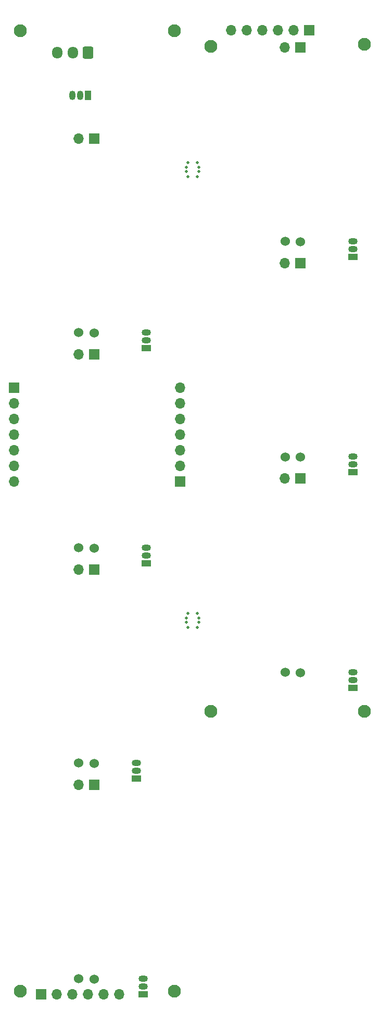
<source format=gbr>
%TF.GenerationSoftware,KiCad,Pcbnew,8.0.8*%
%TF.CreationDate,2025-03-24T10:51:23+01:00*%
%TF.ProjectId,column,636f6c75-6d6e-42e6-9b69-6361645f7063,rev?*%
%TF.SameCoordinates,Original*%
%TF.FileFunction,Soldermask,Bot*%
%TF.FilePolarity,Negative*%
%FSLAX46Y46*%
G04 Gerber Fmt 4.6, Leading zero omitted, Abs format (unit mm)*
G04 Created by KiCad (PCBNEW 8.0.8) date 2025-03-24 10:51:23*
%MOMM*%
%LPD*%
G01*
G04 APERTURE LIST*
G04 Aperture macros list*
%AMRoundRect*
0 Rectangle with rounded corners*
0 $1 Rounding radius*
0 $2 $3 $4 $5 $6 $7 $8 $9 X,Y pos of 4 corners*
0 Add a 4 corners polygon primitive as box body*
4,1,4,$2,$3,$4,$5,$6,$7,$8,$9,$2,$3,0*
0 Add four circle primitives for the rounded corners*
1,1,$1+$1,$2,$3*
1,1,$1+$1,$4,$5*
1,1,$1+$1,$6,$7*
1,1,$1+$1,$8,$9*
0 Add four rect primitives between the rounded corners*
20,1,$1+$1,$2,$3,$4,$5,0*
20,1,$1+$1,$4,$5,$6,$7,0*
20,1,$1+$1,$6,$7,$8,$9,0*
20,1,$1+$1,$8,$9,$2,$3,0*%
G04 Aperture macros list end*
%ADD10R,1.700000X1.700000*%
%ADD11O,1.700000X1.700000*%
%ADD12R,1.500000X1.050000*%
%ADD13O,1.500000X1.050000*%
%ADD14C,2.100000*%
%ADD15C,1.524000*%
%ADD16R,1.050000X1.500000*%
%ADD17O,1.050000X1.500000*%
%ADD18C,0.500000*%
%ADD19RoundRect,0.250000X0.600000X0.725000X-0.600000X0.725000X-0.600000X-0.725000X0.600000X-0.725000X0*%
%ADD20O,1.700000X1.950000*%
G04 APERTURE END LIST*
D10*
%TO.C,D6*%
X70550000Y-55200000D03*
D11*
X68010000Y-55200000D03*
%TD*%
D12*
%TO.C,Q6*%
X79050000Y-89200000D03*
D13*
X79050000Y-87930000D03*
X79050000Y-86660000D03*
%TD*%
D12*
%TO.C,Q5*%
X79050000Y-54200000D03*
D13*
X79050000Y-52930000D03*
X79050000Y-51660000D03*
%TD*%
D14*
%TO.C,H4*%
X25000000Y-173500000D03*
%TD*%
D12*
%TO.C,Q1*%
X45500000Y-69000000D03*
D13*
X45500000Y-67730000D03*
X45500000Y-66460000D03*
%TD*%
D12*
%TO.C,Q7*%
X79050000Y-124200000D03*
D13*
X79050000Y-122930000D03*
X79050000Y-121660000D03*
%TD*%
D10*
%TO.C,D7*%
X70550000Y-90200000D03*
D11*
X68010000Y-90200000D03*
%TD*%
D15*
%TO.C,R20*%
X68050000Y-51700000D03*
X70550000Y-51750000D03*
%TD*%
%TO.C,R12*%
X34500000Y-171500000D03*
X37000000Y-171550000D03*
%TD*%
D14*
%TO.C,H7*%
X55957664Y-128000000D03*
%TD*%
D12*
%TO.C,Q4*%
X45000000Y-174000000D03*
D13*
X45000000Y-172730000D03*
X45000000Y-171460000D03*
%TD*%
D15*
%TO.C,R21*%
X68050000Y-86700000D03*
X70550000Y-86750000D03*
%TD*%
D14*
%TO.C,H8*%
X80957664Y-128000000D03*
%TD*%
D15*
%TO.C,R2*%
X34500000Y-66500000D03*
X37000000Y-66550000D03*
%TD*%
D10*
%TO.C,D4*%
X37000000Y-140000000D03*
D11*
X34460000Y-140000000D03*
%TD*%
D14*
%TO.C,H2*%
X50000000Y-17500000D03*
%TD*%
D16*
%TO.C,Q8*%
X35960000Y-28000000D03*
D17*
X34690000Y-28000000D03*
X33420000Y-28000000D03*
%TD*%
D12*
%TO.C,Q3*%
X43860000Y-139000000D03*
D13*
X43860000Y-137730000D03*
X43860000Y-136460000D03*
%TD*%
D10*
%TO.C,D2*%
X37000000Y-70000000D03*
D11*
X34460000Y-70000000D03*
%TD*%
D10*
%TO.C,D1*%
X37000000Y-35000000D03*
D11*
X34460000Y-35000000D03*
%TD*%
D15*
%TO.C,R22*%
X68050000Y-121700000D03*
X70550000Y-121750000D03*
%TD*%
D10*
%TO.C,D5*%
X70507664Y-20175000D03*
D11*
X67967664Y-20175000D03*
%TD*%
D14*
%TO.C,H3*%
X50000000Y-173500000D03*
%TD*%
D15*
%TO.C,R11*%
X37000000Y-136500000D03*
X34500000Y-136450000D03*
%TD*%
D12*
%TO.C,Q2*%
X45500000Y-104000000D03*
D13*
X45500000Y-102730000D03*
X45500000Y-101460000D03*
%TD*%
D15*
%TO.C,R6*%
X37000000Y-101500000D03*
X34500000Y-101450000D03*
%TD*%
D10*
%TO.C,D3*%
X37000000Y-105000000D03*
D11*
X34460000Y-105000000D03*
%TD*%
D14*
%TO.C,H5*%
X56000000Y-20000000D03*
%TD*%
%TO.C,H1*%
X25000000Y-17500000D03*
%TD*%
D18*
%TO.C,mouse-bite-1mm-slot*%
X52250000Y-41150000D03*
X53750000Y-41150000D03*
X52000000Y-40350000D03*
X54000000Y-40350000D03*
X52000000Y-39650000D03*
X54000000Y-39650000D03*
X52250000Y-38850000D03*
X53750000Y-38850000D03*
%TD*%
D14*
%TO.C,H6*%
X80965328Y-19675000D03*
%TD*%
D18*
%TO.C,mouse-bite-1mm-slot*%
X52250000Y-114400000D03*
X53750000Y-114400000D03*
X52000000Y-113600000D03*
X54000000Y-113600000D03*
X52000000Y-112900000D03*
X54000000Y-112900000D03*
X52250000Y-112100000D03*
X53750000Y-112100000D03*
%TD*%
D10*
%TO.C,J13*%
X24000000Y-75460000D03*
D11*
X24000000Y-78000000D03*
X24000000Y-80540000D03*
X24000000Y-83080000D03*
X24000000Y-85620000D03*
X24000000Y-88160000D03*
X24000000Y-90700000D03*
%TD*%
D10*
%TO.C,J3*%
X51000000Y-90700000D03*
D11*
X51000000Y-88160000D03*
X51000000Y-85620000D03*
X51000000Y-83080000D03*
X51000000Y-80540000D03*
X51000000Y-78000000D03*
X51000000Y-75460000D03*
%TD*%
D10*
%TO.C,J18*%
X72000000Y-17375000D03*
D11*
X69460000Y-17375000D03*
X66920000Y-17375000D03*
X64380000Y-17375000D03*
X61840000Y-17375000D03*
X59300000Y-17375000D03*
%TD*%
D10*
%TO.C,J17*%
X28380000Y-174025000D03*
D11*
X30920000Y-174025000D03*
X33460000Y-174025000D03*
X36000000Y-174025000D03*
X38540000Y-174025000D03*
X41080000Y-174025000D03*
%TD*%
D19*
%TO.C,J2*%
X36000000Y-21000000D03*
D20*
X33500000Y-21000000D03*
X31000000Y-21000000D03*
%TD*%
M02*

</source>
